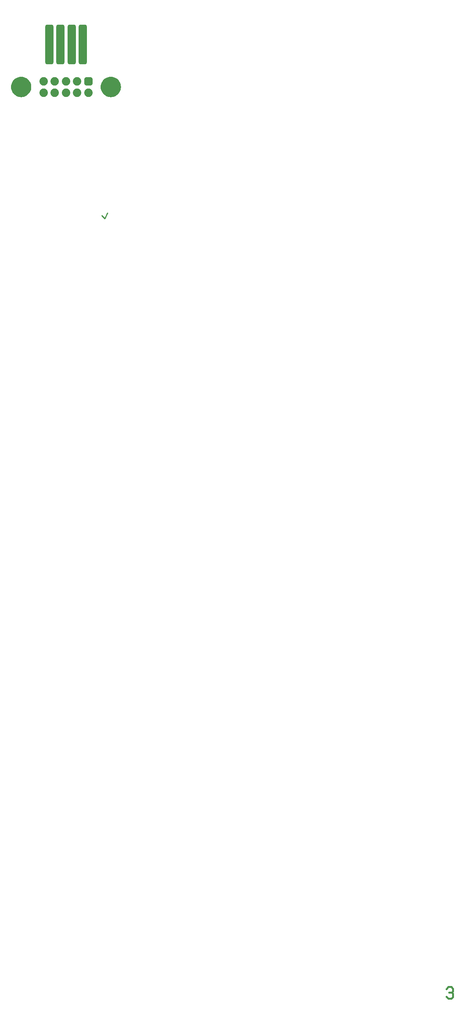
<source format=gts>
G04*
G04  File:            CL_INTERFACE_8PIN_ADAPTER_(PCAD2006).GTS, Thu Oct 24 18:45:35 2019*
G04  Source:          P-CAD 2006 PCB, Version 19.02.958, (D:\retrocomputing\CL-interface\git\usb-current-loop-converter\pcb\cl_interface_8pin_adapter_(pcad2006).pcb)*
G04  Format:          Gerber Format (RS-274-D), ASCII*
G04*
G04  Format Options:  Absolute Positioning*
G04                   Leading-Zero Suppression*
G04                   Scale Factor 1:1*
G04                   NO Circular Interpolation*
G04                   Millimeter Units*
G04                   Numeric Format: 5.3 (XXXXX.XXX)*
G04                   G54 NOT Used for Aperture Change*
G04                   Apertures Embedded*
G04*
G04  File Options:    Offset = (0.000mm,0.000mm)*
G04                   Drill Symbol Size = 2.032mm*
G04                   No Pad/Via Holes*
G04*
G04  File Contents:   Pads*
G04                   No Vias*
G04                   No Designators*
G04                   No Types*
G04                   No Values*
G04                   No Drill Symbols*
G04                   Top Mask*
G04*
%INCL_INTERFACE_8PIN_ADAPTER_(PCAD2006).GTS*%
%ICAS*%
%MOMM*%
G04*
G04  Aperture MACROs for general use --- invoked via D-code assignment *
G04*
G04  General MACRO for flashed round with rotation and/or offset hole *
%AMROTOFFROUND*
1,1,$1,0.0000,0.0000*
1,0,$2,$3,$4*%
G04*
G04  General MACRO for flashed oval (obround) with rotation and/or offset hole *
%AMROTOFFOVAL*
21,1,$1,$2,0.0000,0.0000,$3*
1,1,$4,$5,$6*
1,1,$4,0-$5,0-$6*
1,0,$7,$8,$9*%
G04*
G04  General MACRO for flashed oval (obround) with rotation and no hole *
%AMROTOVALNOHOLE*
21,1,$1,$2,0.0000,0.0000,$3*
1,1,$4,$5,$6*
1,1,$4,0-$5,0-$6*%
G04*
G04  General MACRO for flashed rectangle with rotation and/or offset hole *
%AMROTOFFRECT*
21,1,$1,$2,0.0000,0.0000,$3*
1,0,$4,$5,$6*%
G04*
G04  General MACRO for flashed rectangle with rotation and no hole *
%AMROTRECTNOHOLE*
21,1,$1,$2,0.0000,0.0000,$3*%
G04*
G04  General MACRO for flashed rounded-rectangle *
%AMROUNDRECT*
21,1,$1,$2-$4,0.0000,0.0000,$3*
21,1,$1-$4,$2,0.0000,0.0000,$3*
1,1,$4,$5,$6*
1,1,$4,$7,$8*
1,1,$4,0-$5,0-$6*
1,1,$4,0-$7,0-$8*
1,0,$9,$10,$11*%
G04*
G04  General MACRO for flashed rounded-rectangle with rotation and no hole *
%AMROUNDRECTNOHOLE*
21,1,$1,$2-$4,0.0000,0.0000,$3*
21,1,$1-$4,$2,0.0000,0.0000,$3*
1,1,$4,$5,$6*
1,1,$4,$7,$8*
1,1,$4,0-$5,0-$6*
1,1,$4,0-$7,0-$8*%
G04*
G04  General MACRO for flashed regular polygon *
%AMREGPOLY*
5,1,$1,0.0000,0.0000,$2,$3+$4*
1,0,$5,$6,$7*%
G04*
G04  General MACRO for flashed regular polygon with no hole *
%AMREGPOLYNOHOLE*
5,1,$1,0.0000,0.0000,$2,$3+$4*%
G04*
G04  General MACRO for target *
%AMTARGET*
6,0,0,$1,$2,$3,4,$4,$5,$6*%
G04*
G04  General MACRO for mounting hole *
%AMMTHOLE*
1,1,$1,0,0*
1,0,$2,0,0*
$1=$1-$2*
$1=$1/2*
21,1,$2+$1,$3,0,0,$4*
21,1,$3,$2+$1,0,0,$4*%
G04*
G04*
G04  D10 : "Ellipse X0.254mm Y0.254mm H0.000mm 0.0deg (0.000mm,0.000mm) Draw"*
G04  Disc: OuterDia=0.2540*
%ADD10C, 0.2540*%
G04  D11 : "Ellipse X0.300mm Y0.300mm H0.000mm 0.0deg (0.000mm,0.000mm) Draw"*
G04  Disc: OuterDia=0.3000*
%ADD11C, 0.3000*%
G04  D12 : "Ellipse X0.400mm Y0.400mm H0.000mm 0.0deg (0.000mm,0.000mm) Draw"*
G04  Disc: OuterDia=0.4000*
%ADD12C, 0.4000*%
G04  D13 : "Ellipse X0.500mm Y0.500mm H0.000mm 0.0deg (0.000mm,0.000mm) Draw"*
G04  Disc: OuterDia=0.5000*
%ADD13C, 0.5000*%
G04  D14 : "Ellipse X0.050mm Y0.050mm H0.000mm 0.0deg (0.000mm,0.000mm) Draw"*
G04  Disc: OuterDia=0.0500*
%ADD14C, 0.0500*%
G04  D15 : "Ellipse X0.100mm Y0.100mm H0.000mm 0.0deg (0.000mm,0.000mm) Draw"*
G04  Disc: OuterDia=0.1000*
%ADD15C, 0.1000*%
G04  D16 : "Ellipse X0.800mm Y0.800mm H0.000mm 0.0deg (0.000mm,0.000mm) Draw"*
G04  Disc: OuterDia=0.8000*
%ADD16C, 0.8000*%
G04  D17 : "Ellipse X1.000mm Y1.000mm H0.000mm 0.0deg (0.000mm,0.000mm) Draw"*
G04  Disc: OuterDia=1.0000*
%ADD17C, 1.0000*%
G04  D18 : "Ellipse X0.130mm Y0.130mm H0.000mm 0.0deg (0.000mm,0.000mm) Draw"*
G04  Disc: OuterDia=0.1300*
%ADD18C, 0.1300*%
G04  D19 : "Ellipse X0.167mm Y0.167mm H0.000mm 0.0deg (0.000mm,0.000mm) Draw"*
G04  Disc: OuterDia=0.1670*
%ADD19C, 0.1670*%
G04  D20 : "Ellipse X0.170mm Y0.170mm H0.000mm 0.0deg (0.000mm,0.000mm) Draw"*
G04  Disc: OuterDia=0.1700*
%ADD20C, 0.1700*%
G04  D21 : "Ellipse X0.200mm Y0.200mm H0.000mm 0.0deg (0.000mm,0.000mm) Draw"*
G04  Disc: OuterDia=0.2000*
%ADD21C, 0.2000*%
G04  D22 : "Ellipse X0.250mm Y0.250mm H0.000mm 0.0deg (0.000mm,0.000mm) Draw"*
G04  Disc: OuterDia=0.2500*
%ADD22C, 0.2500*%
G04  D23 : "Ellipse X2.881mm Y2.881mm H0.000mm 0.0deg (0.000mm,0.000mm) Flash"*
G04  Disc: OuterDia=2.8810*
%ADD23C, 2.8810*%
G04  D24 : "Ellipse X0.800mm Y0.800mm H0.000mm 0.0deg (0.000mm,0.000mm) Flash"*
G04  Disc: OuterDia=0.8000*
%ADD24C, 0.8000*%
G04  D25 : "Ellipse X1.000mm Y1.000mm H0.000mm 0.0deg (0.000mm,0.000mm) Flash"*
G04  Disc: OuterDia=1.0000*
%ADD25C, 1.0000*%
G04  D26 : "Ellipse X1.500mm Y1.500mm H0.000mm 0.0deg (0.000mm,0.000mm) Flash"*
G04  Disc: OuterDia=1.5000*
%ADD26C, 1.5000*%
G04  D27 : "Ellipse X1.800mm Y1.800mm H0.000mm 0.0deg (0.000mm,0.000mm) Flash"*
G04  Disc: OuterDia=1.8000*
%ADD27C, 1.8000*%
G04  D28 : "Ellipse X1.881mm Y1.881mm H0.000mm 0.0deg (0.000mm,0.000mm) Flash"*
G04  Disc: OuterDia=1.8810*
%ADD28C, 1.8810*%
G04  D29 : "Ellipse X2.181mm Y2.181mm H0.000mm 0.0deg (0.000mm,0.000mm) Flash"*
G04  Disc: OuterDia=2.1810*
%ADD29C, 2.1810*%
G04  D30 : "Mounting Hole X2.500mm Y2.500mm H0.000mm 0.0deg (0.000mm,0.000mm) Flash"*
G04  Mounting Hole: Diameter=2.5000, Rotation=0.0, LineWidth=0.1270 *
%ADD30MTHOLE, 2.5000 X1.9920 X0.1270 X0.0*%
G04  D31 : "Rounded Rectangle X1.500mm Y8.500mm H0.000mm 0.0deg (0.000mm,0.000mm) Flash"*
G04  RoundRct: DimX=1.5000, DimY=8.5000, CornerRad=0.3750, Rotation=0.0, OffsetX=0.0000, OffsetY=0.0000, HoleDia=0.0000 *
%ADD31ROUNDRECTNOHOLE, 1.5000 X8.5000 X0.0 X0.7500 X-0.3750 X-3.8750 X-0.3750 X3.8750*%
G04  D32 : "Rounded Rectangle X1.881mm Y8.881mm H0.000mm 0.0deg (0.000mm,0.000mm) Flash"*
G04  RoundRct: DimX=1.8810, DimY=8.8810, CornerRad=0.4703, Rotation=0.0, OffsetX=0.0000, OffsetY=0.0000, HoleDia=0.0000 *
%ADD32ROUNDRECTNOHOLE, 1.8810 X8.8810 X0.0 X0.9405 X-0.4703 X-3.9703 X-0.4703 X3.9703*%
G04  D33 : "Rounded Rectangle X1.500mm Y1.500mm H0.000mm 0.0deg (0.000mm,0.000mm) Flash"*
G04  RoundRct: DimX=1.5000, DimY=1.5000, CornerRad=0.3750, Rotation=0.0, OffsetX=0.0000, OffsetY=0.0000, HoleDia=0.0000 *
%ADD33ROUNDRECTNOHOLE, 1.5000 X1.5000 X0.0 X0.7500 X-0.3750 X-0.3750 X-0.3750 X0.3750*%
G04  D34 : "Rounded Rectangle X1.800mm Y1.800mm H0.000mm 0.0deg (0.000mm,0.000mm) Flash"*
G04  RoundRct: DimX=1.8000, DimY=1.8000, CornerRad=0.4500, Rotation=0.0, OffsetX=0.0000, OffsetY=0.0000, HoleDia=0.0000 *
%ADD34ROUNDRECTNOHOLE, 1.8000 X1.8000 X0.0 X0.9000 X-0.4500 X-0.4500 X-0.4500 X0.4500*%
G04  D35 : "Rounded Rectangle X1.881mm Y1.881mm H0.000mm 0.0deg (0.000mm,0.000mm) Flash"*
G04  RoundRct: DimX=1.8810, DimY=1.8810, CornerRad=0.4703, Rotation=0.0, OffsetX=0.0000, OffsetY=0.0000, HoleDia=0.0000 *
%ADD35ROUNDRECTNOHOLE, 1.8810 X1.8810 X0.0 X0.9405 X-0.4703 X-0.4703 X-0.4703 X0.4703*%
G04  D36 : "Rounded Rectangle X2.181mm Y2.181mm H0.000mm 0.0deg (0.000mm,0.000mm) Flash"*
G04  RoundRct: DimX=2.1810, DimY=2.1810, CornerRad=0.5453, Rotation=0.0, OffsetX=0.0000, OffsetY=0.0000, HoleDia=0.0000 *
%ADD36ROUNDRECTNOHOLE, 2.1810 X2.1810 X0.0 X1.0905 X-0.5453 X-0.5453 X-0.5453 X0.5453*%
G04  D37 : "Ellipse X0.500mm Y0.500mm H0.000mm 0.0deg (0.000mm,0.000mm) Flash"*
G04  Disc: OuterDia=0.5000*
%ADD37C, 0.5000*%
G04*
%FSLAX53Y53*%
%SFA1B1*%
%OFA0.000B0.000*%
G04*
G71*
G90*
G01*
D2*
%LNTop Mask*%
D22*
X122487Y182345*
X123122Y181710D1*
D2*
D17*
X124500Y212750*
X124250Y212732D1*
X124006Y212679*
X123773Y212591*
X123553Y212472*
X123353Y212322*
X123177Y212146*
X123027Y211946*
X122908Y211726*
X122820Y211493*
X122767Y211249*
X122750Y211000*
X122767Y210750*
X122820Y210506*
X122908Y210273*
X123027Y210053*
X123177Y209853*
X123353Y209677*
X123553Y209527*
X123773Y209408*
X124006Y209320*
X124250Y209267*
X124500Y209250*
X124749Y209267*
X124993Y209320*
X125226Y209408*
X125446Y209527*
X125646Y209677*
X125822Y209853*
X125972Y210053*
X126091Y210273*
X126179Y210506*
X126232Y210750*
X126250Y211000*
X126232Y211249*
X126179Y211493*
X126091Y211726*
X125972Y211946*
X125822Y212146*
X125646Y212322*
X125446Y212472*
X125226Y212591*
X124993Y212679*
X124749Y212732*
X124500Y212750*
D2*
D22*
X123122Y181710*
X123757Y182980D1*
D2*
D12*
X199312Y10040*
X199812Y10540D1*
X200437*
X200812Y10165*
Y9540*
X200562Y9290*
X199937*
X200562D2*
X200812Y9040D1*
Y8290*
X200437Y7915*
X199812*
X199312Y8415*
D2*
D17*
X104500Y212750*
X104250Y212732D1*
X104006Y212679*
X103773Y212591*
X103553Y212472*
X103353Y212322*
X103177Y212146*
X103027Y211946*
X102908Y211726*
X102820Y211493*
X102767Y211249*
X102750Y211000*
X102767Y210750*
X102820Y210506*
X102908Y210273*
X103027Y210053*
X103177Y209853*
X103353Y209677*
X103553Y209527*
X103773Y209408*
X104006Y209320*
X104250Y209267*
X104500Y209250*
X104749Y209267*
X104993Y209320*
X105226Y209408*
X105446Y209527*
X105646Y209677*
X105822Y209853*
X105972Y210053*
X106091Y210273*
X106179Y210506*
X106232Y210750*
X106250Y211000*
X106232Y211249*
X106179Y211493*
X106091Y211726*
X105972Y211946*
X105822Y212146*
X105646Y212322*
X105446Y212472*
X105226Y212591*
X104993Y212679*
X104749Y212732*
X104500Y212750*
D2*
D32*
X113250Y220500D3*
X110750D3*
X115750D3*
X118250D3*
D23*
X104500Y211000D3*
D28*
X114500Y212250D3*
Y209750D3*
X112000Y212250D3*
Y209750D3*
X119500D3*
D35*
Y212250D3*
D23*
X124500Y211000D3*
D28*
X117000Y212250D3*
Y209750D3*
X109500Y212250D3*
Y209750D3*
D02M02*

</source>
